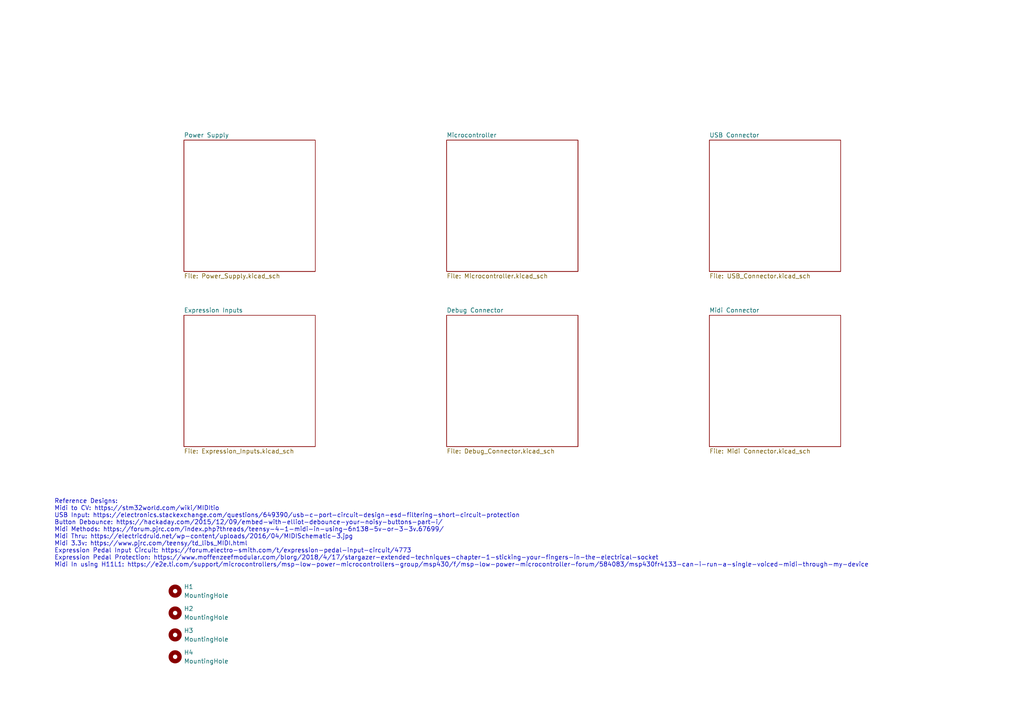
<source format=kicad_sch>
(kicad_sch (version 20250114) (generator "eeschema") (generator_version "9.0")
  (paper "A4")
  (title_block (title "Midi Expressor") (date "2025-12-26") (rev "0.1") (company "Amon Benson"))
  (lib_symbols
    (symbol "Mechanical:MountingHole" (pin_names (offset 1.016)) (in_bom no)
      (property "Reference" "H" (at 0 5.08 0))
      (property "Value" "MountingHole" (at 0 3.175 0))
      (symbol "MountingHole_0_1"
        (circle (center 0 0) (radius 1.27) (stroke (width 1.27)))
      )
    )
  )
  (text "Reference Designs:\nMidi to CV: https://stm32world.com/wiki/MIDItio\nUSB Input: https://electronics.stackexchange.com/questions/649390/usb-c-port-circuit-design-esd-filtering-short-circuit-protection\nButton Debounce: https://hackaday.com/2015/12/09/embed-with-elliot-debounce-your-noisy-buttons-part-i/\nMidi Methods: https://forum.pjrc.com/index.php?threads/teensy-4-1-midi-in-using-6n138-5v-or-3-3v.67699/\nMidi Thru: https://electricdruid.net/wp-content/uploads/2016/04/MIDISchematic-3.jpg\nMidi 3.3v: https://www.pjrc.com/teensy/td_libs_MIDI.html\nExpression Pedal Input Circuit: https://forum.electro-smith.com/t/expression-pedal-input-circuit/4773\nExpression Pedal Protection: https://www.moffenzeefmodular.com/blorg/2018/4/17/stargazer-extended-techniques-chapter-1-sticking-your-fingers-in-the-electrical-socket\nMidi In using H11L1: https://e2e.ti.com/support/microcontrollers/msp-low-power-microcontrollers-group/msp430/f/msp-low-power-microcontroller-forum/584083/msp430fr4133-can-i-run-a-single-voiced-midi-through-my-device" (at 15.748 154.686 0) (effects (font (size 1.27 1.27)) (justify left)))
  (symbol (lib_id "Mechanical:MountingHole") (at 50.8 190.5 0) (unit 1) (in_bom no)
    (property "Reference" "H4" (at 53.34 189.2299 0) (effects (justify left)))
    (property "Value" "MountingHole" (at 53.34 191.7699 0) (effects (justify left)))
    (property "Footprint" "MountingHole:MountingHole_3.2mm_M3" (effects (hide yes)))
    (property "Description" "Mounting Hole without connection" (effects (hide yes)))
  )
  (symbol (lib_id "Mechanical:MountingHole") (at 50.8 184.15 0) (unit 1) (in_bom no)
    (property "Reference" "H3" (at 53.34 182.8799 0) (effects (justify left)))
    (property "Value" "MountingHole" (at 53.34 185.4199 0) (effects (justify left)))
    (property "Footprint" "MountingHole:MountingHole_3.2mm_M3" (effects (hide yes)))
    (property "Description" "Mounting Hole without connection" (effects (hide yes)))
  )
  (symbol (lib_id "Mechanical:MountingHole") (at 50.8 177.8 0) (unit 1) (in_bom no)
    (property "Reference" "H2" (at 53.34 176.5299 0) (effects (justify left)))
    (property "Value" "MountingHole" (at 53.34 179.0699 0) (effects (justify left)))
    (property "Footprint" "MountingHole:MountingHole_3.2mm_M3" (effects (hide yes)))
    (property "Description" "Mounting Hole without connection" (effects (hide yes)))
  )
  (symbol (lib_id "Mechanical:MountingHole") (at 50.8 171.45 0) (unit 1) (in_bom no)
    (property "Reference" "H1" (at 53.34 170.1799 0) (effects (justify left)))
    (property "Value" "MountingHole" (at 53.34 172.7199 0) (effects (justify left)))
    (property "Footprint" "MountingHole:MountingHole_3.2mm_M3" (effects (hide yes)))
    (property "Description" "Mounting Hole without connection" (effects (hide yes)))
  )
  (sheet (at 129.54 40.64) (size 38.1 38.1) (stroke (width 0.1524))
    (property "Sheetname" "Microcontroller" (at 129.54 39.9284 0) (effects (justify left bottom)))
    (property "Sheetfile" "Microcontroller.kicad_sch" (at 129.54 79.3246 0) (effects (justify left top)))
  )
  (sheet (at 205.74 91.44) (size 38.1 38.1) (stroke (width 0.1524))
    (property "Sheetname" "Midi Connector" (at 205.74 90.7284 0) (effects (justify left bottom)))
    (property "Sheetfile" "Midi Connector.kicad_sch" (at 205.74 130.1246 0) (effects (justify left top)))
  )
  (sheet (at 53.34 40.64) (size 38.1 38.1) (stroke (width 0.1524))
    (property "Sheetname" "Power Supply" (at 53.34 39.9284 0) (effects (justify left bottom)))
    (property "Sheetfile" "Power_Supply.kicad_sch" (at 53.34 79.3246 0) (effects (justify left top)))
  )
  (sheet (at 53.34 91.44) (size 38.1 38.1) (stroke (width 0.1524))
    (property "Sheetname" "Expression Inputs" (at 53.34 90.7284 0) (effects (justify left bottom)))
    (property "Sheetfile" "Expression_Inputs.kicad_sch" (at 53.34 130.1246 0) (effects (justify left top)))
  )
  (sheet (at 129.54 91.44) (size 38.1 38.1) (stroke (width 0.1524))
    (property "Sheetname" "Debug Connector" (at 129.54 90.7284 0) (effects (justify left bottom)))
    (property "Sheetfile" "Debug_Connector.kicad_sch" (at 129.54 130.1246 0) (effects (justify left top)))
  )
  (sheet (at 205.74 40.64) (size 38.1 38.1) (stroke (width 0.1524))
    (property "Sheetname" "USB Connector" (at 205.74 39.9284 0) (effects (justify left bottom)))
    (property "Sheetfile" "USB_Connector.kicad_sch" (at 205.74 79.3246 0) (effects (justify left top)))
  )
)
</source>
